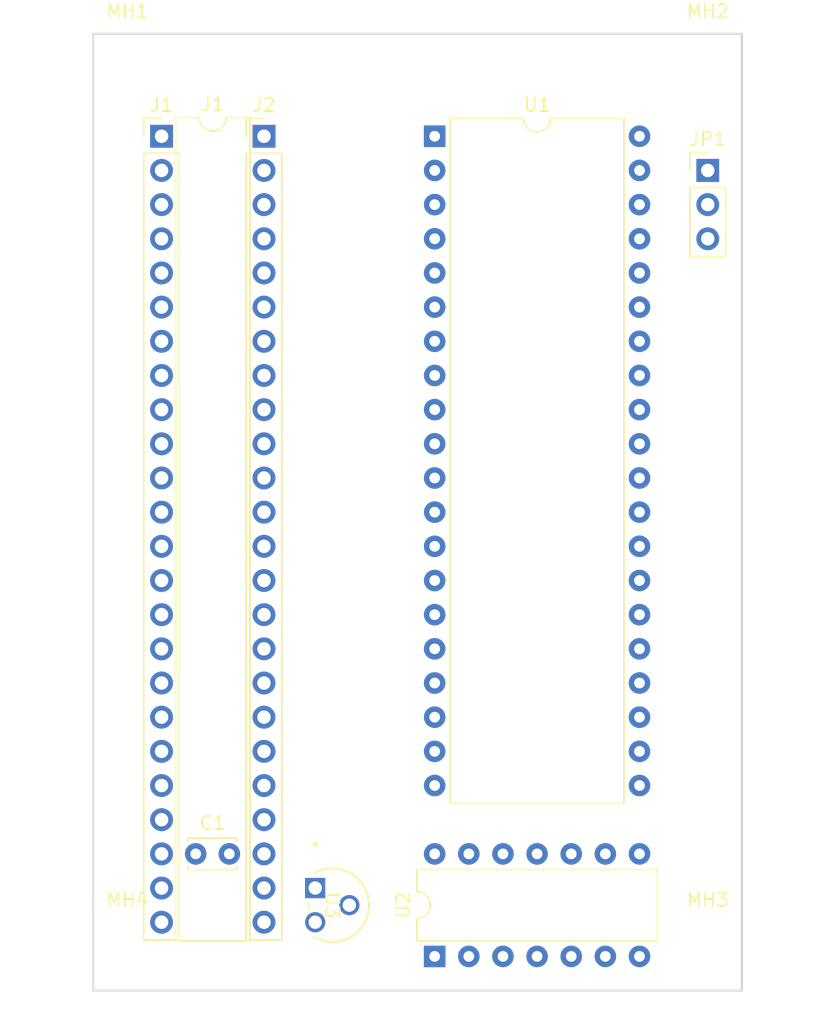
<source format=kicad_pcb>
(kicad_pcb (version 20221018) (generator pcbnew)
  (title_block (title "BionicMC6809") (company "Tadashi G. Takaoka"))
  (layers (0 "F.Cu" signal) (31 "B.Cu" signal) (34 "B.Paste" user) (35 "F.Paste" user) (36 "B.SilkS" user "B.Silkscreen") (37 "F.SilkS" user "F.Silkscreen") (38 "B.Mask" user) (39 "F.Mask" user) (44 "Edge.Cuts" user))
  (net 0 "")
  (net 1 "VCC")
  (net 2 "GND")
  (net 4 "/P26")
  (net 6 "/P27")
  (net 7 "/P47")
  (net 8 "/P46")
  (net 11 "/P25")
  (net 12 "/P24")
  (net 13 "/P23")
  (net 14 "/P22")
  (net 15 "/P21")
  (net 16 "/P20")
  (net 17 "/P34")
  (net 19 "/P35")
  (net 20 "/P17")
  (net 21 "/P36")
  (net 22 "/P16")
  (net 24 "/P15")
  (net 25 "/P40")
  (net 26 "/P14")
  (net 27 "/P41")
  (net 28 "/P13")
  (net 29 "/P42")
  (net 30 "/P12")
  (net 31 "/P11")
  (net 32 "/P44")
  (net 33 "/P10")
  (net 34 "/P45")
  (net 36 "Net-(U1-~{RESET})")
  (net 37 "/P33")
  (net 38 "/P32")
  (net 39 "/P31")
  (net 40 "/P30")
  (net 41 "/P51")
  (net 42 "/P55")
  (net 43 "/P43")
  (net 44 "/P37")
  (net 45 "/P52")
  (net 46 "/P54")
  (net 47 "/P50")
  (net 49 "/EXTAL")
  (net 50 "/P53")
  (net 53 "Net-(J2-P57)")
  (footprint "MountingHole:MountingHole_3.2mm_M3" (layer "F.Cu") (at 101 70)
    (fp_text reference "MH1" (at 0 -4.2) (layer "F.SilkS"))
    (fp_text value "MountingHole_3.2mm_M3")
    (pad "" np_thru_hole circle (at 0 0) (size 3.2 3.2) (drill 3.2) (layers "*.Cu" "*.Mask"))
  )
  (footprint "MountingHole:MountingHole_3.2mm_M3" (layer "F.Cu") (at 144.18 70)
    (fp_text reference "MH2" (at 0 -4.2) (layer "F.SilkS"))
    (fp_text value "MountingHole_3.2mm_M3")
    (pad "" np_thru_hole circle (at 0 0) (size 3.2 3.2) (drill 3.2) (layers "*.Cu" "*.Mask"))
  )
  (footprint "MountingHole:MountingHole_3.2mm_M3" (layer "F.Cu") (at 144.18 136.04)
    (fp_text reference "MH3" (at 0 -4.2) (layer "F.SilkS"))
    (fp_text value "MountingHole_3.2mm_M3")
    (pad "" np_thru_hole circle (at 0 0) (size 3.2 3.2) (drill 3.2) (layers "*.Cu" "*.Mask"))
  )
  (footprint "MountingHole:MountingHole_3.2mm_M3" (layer "F.Cu") (at 101 136.04)
    (fp_text reference "MH4" (at 0 -4.2) (layer "F.SilkS"))
    (fp_text value "MountingHole_3.2mm_M3")
    (pad "" np_thru_hole circle (at 0 0) (size 3.2 3.2) (drill 3.2) (layers "*.Cu" "*.Mask"))
  )
  (footprint "Package_DIP:DIP-14_W7.62mm" (layer "F.Cu") (at 123.86 136.04 90)
    (fp_text reference "U2" (at 3.81 -2.33 90) (layer "F.SilkS"))
    (fp_text value "74HCT126")
    (fp_line (start 1.16 -1.33) (end 1.16 16.57) (stroke (width 0.12)) (layer "F.SilkS"))
    (fp_line (start 1.16 16.57) (end 6.46 16.57) (stroke (width 0.12)) (layer "F.SilkS"))
    (fp_line (start 2.81 -1.33) (end 1.16 -1.33) (stroke (width 0.12)) (layer "F.SilkS"))
    (fp_line (start 6.46 -1.33) (end 4.81 -1.33) (stroke (width 0.12)) (layer "F.SilkS"))
    (fp_line (start 6.46 16.57) (end 6.46 -1.33) (stroke (width 0.12)) (layer "F.SilkS"))
    (fp_arc (start 4.81 -1.33) (mid 3.81 -0.33) (end 2.81 -1.33) (stroke (width 0.12)) (layer "F.SilkS"))
    (pad "1" thru_hole rect (at 0 0 90) (size 1.6 1.6) (drill 0.8) (layers "*.Cu" "*.Mask") (net 1 "VCC"))
    (pad "2" thru_hole oval (at 0 2.54 90) (size 1.6 1.6) (drill 0.8) (layers "*.Cu" "*.Mask") (net 50 "/P53"))
    (pad "3" thru_hole oval (at 0 5.08 90) (size 1.6 1.6) (drill 0.8) (layers "*.Cu" "*.Mask") (net 36 "Net-(U1-~{RESET})"))
    (pad "4" thru_hole oval (at 0 7.62 90) (size 1.6 1.6) (drill 0.8) (layers "*.Cu" "*.Mask") (net 1 "VCC"))
    (pad "5" thru_hole oval (at 0 10.16 90) (size 1.6 1.6) (drill 0.8) (layers "*.Cu" "*.Mask") (net 8 "/P46"))
    (pad "6" thru_hole oval (at 0 12.7 90) (size 1.6 1.6) (drill 0.8) (layers "*.Cu" "*.Mask") (net 49 "/EXTAL"))
    (pad "7" thru_hole oval (at 0 15.24 90) (size 1.6 1.6) (drill 0.8) (layers "*.Cu" "*.Mask") (net 2 "GND"))
    (pad "8" thru_hole oval (at 7.62 15.24 90) (size 1.6 1.6) (drill 0.8) (layers "*.Cu" "*.Mask"))
    (pad "9" thru_hole oval (at 7.62 12.7 90) (size 1.6 1.6) (drill 0.8) (layers "*.Cu" "*.Mask") (net 2 "GND"))
    (pad "10" thru_hole oval (at 7.62 10.16 90) (size 1.6 1.6) (drill 0.8) (layers "*.Cu" "*.Mask") (net 2 "GND"))
    (pad "11" thru_hole oval (at 7.62 7.62 90) (size 1.6 1.6) (drill 0.8) (layers "*.Cu" "*.Mask"))
    (pad "12" thru_hole oval (at 7.62 5.08 90) (size 1.6 1.6) (drill 0.8) (layers "*.Cu" "*.Mask") (net 2 "GND"))
    (pad "13" thru_hole oval (at 7.62 2.54 90) (size 1.6 1.6) (drill 0.8) (layers "*.Cu" "*.Mask") (net 2 "GND"))
    (pad "14" thru_hole oval (at 7.62 0 90) (size 1.6 1.6) (drill 0.8) (layers "*.Cu" "*.Mask") (net 1 "VCC"))
  )
  (footprint "Connector_PinHeader_2.54mm:PinHeader_1x03_P2.54mm_Vertical" (layer "F.Cu") (at 144.18 77.62)
    (fp_text reference "JP1" (at 0 -2.33) (layer "F.SilkS"))
    (fp_text value "HD63/MC68")
    (fp_line (start -1.33 -1.33) (end 0 -1.33) (stroke (width 0.12)) (layer "F.SilkS"))
    (fp_line (start -1.33 0) (end -1.33 -1.33) (stroke (width 0.12)) (layer "F.SilkS"))
    (fp_line (start -1.33 1.27) (end -1.33 6.41) (stroke (width 0.12)) (layer "F.SilkS"))
    (fp_line (start -1.33 1.27) (end 1.33 1.27) (stroke (width 0.12)) (layer "F.SilkS"))
    (fp_line (start -1.33 6.41) (end 1.33 6.41) (stroke (width 0.12)) (layer "F.SilkS"))
    (fp_line (start 1.33 1.27) (end 1.33 6.41) (stroke (width 0.12)) (layer "F.SilkS"))
    (pad "1" thru_hole rect (at 0 0) (size 1.7 1.7) (drill 1) (layers "*.Cu" "*.Mask") (net 2 "GND"))
    (pad "2" thru_hole oval (at 0 2.54) (size 1.7 1.7) (drill 1) (layers "*.Cu" "*.Mask") (net 47 "/P50"))
    (pad "3" thru_hole oval (at 0 5.08) (size 1.7 1.7) (drill 1) (layers "*.Cu" "*.Mask"))
  )
  (footprint "Capacitor_THT:C_Disc_D3.4mm_W2.1mm_P2.50mm" (layer "F.Cu") (at 106.08 128.42)
    (fp_text reference "C1" (at 1.25 -2.3) (layer "F.SilkS"))
    (fp_text value "0.1u")
    (fp_line (start -0.57 -1.17) (end -0.57 -0.925) (stroke (width 0.12)) (layer "F.SilkS"))
    (fp_line (start -0.57 -1.17) (end 3.07 -1.17) (stroke (width 0.12)) (layer "F.SilkS"))
    (fp_line (start -0.57 0.925) (end -0.57 1.17) (stroke (width 0.12)) (layer "F.SilkS"))
    (fp_line (start -0.57 1.17) (end 3.07 1.17) (stroke (width 0.12)) (layer "F.SilkS"))
    (fp_line (start 3.07 -1.17) (end 3.07 -0.925) (stroke (width 0.12)) (layer "F.SilkS"))
    (fp_line (start 3.07 0.925) (end 3.07 1.17) (stroke (width 0.12)) (layer "F.SilkS"))
    (pad "1" thru_hole circle (at 0 0) (size 1.6 1.6) (drill 0.8) (layers "*.Cu" "*.Mask") (net 1 "VCC"))
    (pad "2" thru_hole circle (at 2.5 0) (size 1.6 1.6) (drill 0.8) (layers "*.Cu" "*.Mask") (net 2 "GND"))
  )
  (footprint "0-LocalLibrary:DIP-48_W7.62mm" (layer "F.Cu") (at 103.54 75.08)
    (fp_text reference "J1" (at 3.81 -2.39) (layer "F.SilkS"))
    (fp_text value "BionicConnector")
    (fp_line (start 1.04 -1.39) (end 1.04 39.49) (stroke (width 0.12)) (layer "F.SilkS"))
    (fp_line (start 1.04 18.93) (end 1.04 59.81) (stroke (width 0.12)) (layer "F.SilkS"))
    (fp_line (start 1.04 59.81) (end 6.58 59.81) (stroke (width 0.12)) (layer "F.SilkS"))
    (fp_line (start 2.81 -1.39) (end 1.04 -1.39) (stroke (width 0.12)) (layer "F.SilkS"))
    (fp_line (start 6.58 -1.39) (end 4.81 -1.39) (stroke (width 0.12)) (layer "F.SilkS"))
    (fp_line (start 6.58 39.49) (end 6.58 -1.39) (stroke (width 0.12)) (layer "F.SilkS"))
    (fp_line (start 6.58 59.81) (end 6.58 18.93) (stroke (width 0.12)) (layer "F.SilkS"))
    (fp_arc (start 4.81 -1.39) (mid 3.81 -0.39) (end 2.81 -1.39) (stroke (width 0.12)) (layer "F.SilkS"))
    (pad "1" thru_hole rect (at 0 0) (size 1.6 1.6) (drill 0.8) (layers "*.Cu" "*.Mask") (net 2 "GND"))
    (pad "2" thru_hole oval (at 0 2.54) (size 1.6 1.6) (drill 0.8) (layers "*.Cu" "*.Mask") (net 33 "/P10"))
    (pad "3" thru_hole oval (at 0 5.08) (size 1.6 1.6) (drill 0.8) (layers "*.Cu" "*.Mask") (net 31 "/P11"))
    (pad "4" thru_hole oval (at 0 7.62) (size 1.6 1.6) (drill 0.8) (layers "*.Cu" "*.Mask") (net 30 "/P12"))
    (pad "5" thru_hole oval (at 0 10.16) (size 1.6 1.6) (drill 0.8) (layers "*.Cu" "*.Mask") (net 28 "/P13"))
    (pad "6" thru_hole oval (at 0 12.7) (size 1.6 1.6) (drill 0.8) (layers "*.Cu" "*.Mask") (net 26 "/P14"))
    (pad "7" thru_hole oval (at 0 15.24) (size 1.6 1.6) (drill 0.8) (layers "*.Cu" "*.Mask") (net 24 "/P15"))
    (pad "8" thru_hole oval (at 0 17.78) (size 1.6 1.6) (drill 0.8) (layers "*.Cu" "*.Mask") (net 22 "/P16"))
    (pad "9" thru_hole oval (at 0 20.32) (size 1.6 1.6) (drill 0.8) (layers "*.Cu" "*.Mask") (net 20 "/P17"))
    (pad "10" thru_hole oval (at 0 22.86) (size 1.6 1.6) (drill 0.8) (layers "*.Cu" "*.Mask"))
    (pad "11" thru_hole oval (at 0 25.4) (size 1.6 1.6) (drill 0.8) (layers "*.Cu" "*.Mask") (net 40 "/P30"))
    (pad "12" thru_hole oval (at 0 27.94) (size 1.6 1.6) (drill 0.8) (layers "*.Cu" "*.Mask") (net 39 "/P31"))
    (pad "13" thru_hole oval (at 0 30.48) (size 1.6 1.6) (drill 0.8) (layers "*.Cu" "*.Mask") (net 38 "/P32"))
    (pad "14" thru_hole oval (at 0 33.02) (size 1.6 1.6) (drill 0.8) (layers "*.Cu" "*.Mask") (net 37 "/P33"))
    (pad "15" thru_hole oval (at 0 35.56) (size 1.6 1.6) (drill 0.8) (layers "*.Cu" "*.Mask") (net 17 "/P34"))
    (pad "16" thru_hole oval (at 0 38.1) (size 1.6 1.6) (drill 0.8) (layers "*.Cu" "*.Mask") (net 19 "/P35"))
    (pad "17" thru_hole oval (at 0 40.64) (size 1.6 1.6) (drill 0.8) (layers "*.Cu" "*.Mask") (net 21 "/P36"))
    (pad "18" thru_hole oval (at 0 43.18) (size 1.6 1.6) (drill 0.8) (layers "*.Cu" "*.Mask") (net 44 "/P37"))
    (pad "19" thru_hole oval (at 0 45.72) (size 1.6 1.6) (drill 0.8) (layers "*.Cu" "*.Mask"))
    (pad "20" thru_hole oval (at 0 48.26) (size 1.6 1.6) (drill 0.8) (layers "*.Cu" "*.Mask") (net 47 "/P50"))
    (pad "21" thru_hole oval (at 0 50.8) (size 1.6 1.6) (drill 0.8) (layers "*.Cu" "*.Mask") (net 41 "/P51"))
    (pad "22" thru_hole oval (at 0 53.34) (size 1.6 1.6) (drill 0.8) (layers "*.Cu" "*.Mask") (net 45 "/P52"))
    (pad "23" thru_hole oval (at 0 55.88) (size 1.6 1.6) (drill 0.8) (layers "*.Cu" "*.Mask") (net 50 "/P53"))
    (pad "24" thru_hole oval (at 0 58.42) (size 1.6 1.6) (drill 0.8) (layers "*.Cu" "*.Mask") (net 1 "VCC"))
    (pad "25" thru_hole oval (at 7.62 58.42) (size 1.6 1.6) (drill 0.8) (layers "*.Cu" "*.Mask") (net 1 "VCC"))
    (pad "26" thru_hole oval (at 7.62 55.88) (size 1.6 1.6) (drill 0.8) (layers "*.Cu" "*.Mask"))
    (pad "27" thru_hole oval (at 7.62 53.34) (size 1.6 1.6) (drill 0.8) (layers "*.Cu" "*.Mask"))
    (pad "28" thru_hole oval (at 7.62 50.8) (size 1.6 1.6) (drill 0.8) (layers "*.Cu" "*.Mask") (net 42 "/P55"))
    (pad "29" thru_hole oval (at 7.62 48.26) (size 1.6 1.6) (drill 0.8) (layers "*.Cu" "*.Mask") (net 46 "/P54"))
    (pad "30" thru_hole oval (at 7.62 45.72) (size 1.6 1.6) (drill 0.8) (layers "*.Cu" "*.Mask"))
    (pad "31" thru_hole oval (at 7.62 43.18) (size 1.6 1.6) (drill 0.8) (layers "*.Cu" "*.Mask") (net 7 "/P47"))
    (pad "32" thru_hole oval (at 7.62 40.64) (size 1.6 1.6) (drill 0.8) (layers "*.Cu" "*.Mask") (net 8 "/P46"))
    (pad "33" thru_hole oval (at 7.62 38.1) (size 1.6 1.6) (drill 0.8) (layers "*.Cu" "*.Mask") (net 34 "/P45"))
    (pad "34" thru_hole oval (at 7.62 35.56) (size 1.6 1.6) (drill 0.8) (layers "*.Cu" "*.Mask") (net 32 "/P44"))
    (pad "35" thru_hole oval (at 7.62 33.02) (size 1.6 1.6) (drill 0.8) (layers "*.Cu" "*.Mask") (net 43 "/P43"))
    (pad "36" thru_hole oval (at 7.62 30.48) (size 1.6 1.6) (drill 0.8) (layers "*.Cu" "*.Mask") (net 29 "/P42"))
    (pad "37" thru_hole oval (at 7.62 27.94) (size 1.6 1.6) (drill 0.8) (layers "*.Cu" "*.Mask") (net 27 "/P41"))
    (pad "38" thru_hole oval (at 7.62 25.4) (size 1.6 1.6) (drill 0.8) (layers "*.Cu" "*.Mask") (net 25 "/P40"))
    (pad "39" thru_hole oval (at 7.62 22.86) (size 1.6 1.6) (drill 0.8) (layers "*.Cu" "*.Mask"))
    (pad "40" thru_hole oval (at 7.62 20.32) (size 1.6 1.6) (drill 0.8) (layers "*.Cu" "*.Mask") (net 6 "/P27"))
    (pad "41" thru_hole oval (at 7.62 17.78) (size 1.6 1.6) (drill 0.8) (layers "*.Cu" "*.Mask") (net 4 "/P26"))
    (pad "42" thru_hole oval (at 7.62 15.24) (size 1.6 1.6) (drill 0.8) (layers "*.Cu" "*.Mask") (net 11 "/P25"))
    (pad "43" thru_hole oval (at 7.62 12.7) (size 1.6 1.6) (drill 0.8) (layers "*.Cu" "*.Mask") (net 12 "/P24"))
    (pad "44" thru_hole oval (at 7.62 10.16) (size 1.6 1.6) (drill 0.8) (layers "*.Cu" "*.Mask") (net 13 "/P23"))
    (pad "45" thru_hole oval (at 7.62 7.62) (size 1.6 1.6) (drill 0.8) (layers "*.Cu" "*.Mask") (net 14 "/P22"))
    (pad "46" thru_hole oval (at 7.62 5.08) (size 1.6 1.6) (drill 0.8) (layers "*.Cu" "*.Mask") (net 15 "/P21"))
    (pad "47" thru_hole oval (at 7.62 2.54) (size 1.6 1.6) (drill 0.8) (layers "*.Cu" "*.Mask") (net 16 "/P20"))
    (pad "48" thru_hole oval (at 7.62 0) (size 1.6 1.6) (drill 0.8) (layers "*.Cu" "*.Mask") (net 2 "GND"))
  )
  (footprint "Package_DIP:DIP-40_W15.24mm" (layer "F.Cu") (at 123.86 75.08)
    (fp_text reference "U1" (at 7.62 -2.33) (layer "F.SilkS"))
    (fp_text value "MC6809P")
    (fp_line (start 1.16 -1.33) (end 1.16 49.59) (stroke (width 0.12)) (layer "F.SilkS"))
    (fp_line (start 1.16 49.59) (end 14.08 49.59) (stroke (width 0.12)) (layer "F.SilkS"))
    (fp_line (start 6.62 -1.33) (end 1.16 -1.33) (stroke (width 0.12)) (layer "F.SilkS"))
    (fp_line (start 14.08 -1.33) (end 8.62 -1.33) (stroke (width 0.12)) (layer "F.SilkS"))
    (fp_line (start 14.08 49.59) (end 14.08 -1.33) (stroke (width 0.12)) (layer "F.SilkS"))
    (fp_arc (start 8.62 -1.33) (mid 7.62 -0.33) (end 6.62 -1.33) (stroke (width 0.12)) (layer "F.SilkS"))
    (pad "1" thru_hole rect (at 0 0) (size 1.6 1.6) (drill 0.8) (layers "*.Cu" "*.Mask") (net 2 "GND"))
    (pad "2" thru_hole oval (at 0 2.54) (size 1.6 1.6) (drill 0.8) (layers "*.Cu" "*.Mask") (net 43 "/P43"))
    (pad "3" thru_hole oval (at 0 5.08) (size 1.6 1.6) (drill 0.8) (layers "*.Cu" "*.Mask") (net 29 "/P42"))
    (pad "4" thru_hole oval (at 0 7.62) (size 1.6 1.6) (drill 0.8) (layers "*.Cu" "*.Mask") (net 34 "/P45"))
    (pad "5" thru_hole oval (at 0 10.16) (size 1.6 1.6) (drill 0.8) (layers "*.Cu" "*.Mask") (net 41 "/P51"))
    (pad "6" thru_hole oval (at 0 12.7) (size 1.6 1.6) (drill 0.8) (layers "*.Cu" "*.Mask") (net 42 "/P55"))
    (pad "7" thru_hole oval (at 0 15.24) (size 1.6 1.6) (drill 0.8) (layers "*.Cu" "*.Mask") (net 1 "VCC"))
    (pad "8" thru_hole oval (at 0 17.78) (size 1.6 1.6) (drill 0.8) (layers "*.Cu" "*.Mask") (net 16 "/P20"))
    (pad "9" thru_hole oval (at 0 20.32) (size 1.6 1.6) (drill 0.8) (layers "*.Cu" "*.Mask") (net 15 "/P21"))
    (pad "10" thru_hole oval (at 0 22.86) (size 1.6 1.6) (drill 0.8) (layers "*.Cu" "*.Mask") (net 14 "/P22"))
    (pad "11" thru_hole oval (at 0 25.4) (size 1.6 1.6) (drill 0.8) (layers "*.Cu" "*.Mask") (net 13 "/P23"))
    (pad "12" thru_hole oval (at 0 27.94) (size 1.6 1.6) (drill 0.8) (layers "*.Cu" "*.Mask") (net 12 "/P24"))
    (pad "13" thru_hole oval (at 0 30.48) (size 1.6 1.6) (drill 0.8) (layers "*.Cu" "*.Mask") (net 11 "/P25"))
    (pad "14" thru_hole oval (at 0 33.02) (size 1.6 1.6) (drill 0.8) (layers "*.Cu" "*.Mask") (net 4 "/P26"))
    (pad "15" thru_hole oval (at 0 35.56) (size 1.6 1.6) (drill 0.8) (layers "*.Cu" "*.Mask") (net 6 "/P27"))
    (pad "16" thru_hole oval (at 0 38.1) (size 1.6 1.6) (drill 0.8) (layers "*.Cu" "*.Mask") (net 40 "/P30"))
    (pad "17" thru_hole oval (at 0 40.64) (size 1.6 1.6) (drill 0.8) (layers "*.Cu" "*.Mask") (net 39 "/P31"))
    (pad "18" thru_hole oval (at 0 43.18) (size 1.6 1.6) (drill 0.8) (layers "*.Cu" "*.Mask") (net 38 "/P32"))
    (pad "19" thru_hole oval (at 0 45.72) (size 1.6 1.6) (drill 0.8) (layers "*.Cu" "*.Mask") (net 37 "/P33"))
    (pad "20" thru_hole oval (at 0 48.26) (size 1.6 1.6) (drill 0.8) (layers "*.Cu" "*.Mask") (net 17 "/P34"))
    (pad "21" thru_hole oval (at 15.24 48.26) (size 1.6 1.6) (drill 0.8) (layers "*.Cu" "*.Mask") (net 19 "/P35"))
    (pad "22" thru_hole oval (at 15.24 45.72) (size 1.6 1.6) (drill 0.8) (layers "*.Cu" "*.Mask") (net 21 "/P36"))
    (pad "23" thru_hole oval (at 15.24 43.18) (size 1.6 1.6) (drill 0.8) (layers "*.Cu" "*.Mask") (net 44 "/P37"))
    (pad "24" thru_hole oval (at 15.24 40.64) (size 1.6 1.6) (drill 0.8) (layers "*.Cu" "*.Mask") (net 20 "/P17"))
    (pad "25" thru_hole oval (at 15.24 38.1) (size 1.6 1.6) (drill 0.8) (layers "*.Cu" "*.Mask") (net 22 "/P16"))
    (pad "26" thru_hole oval (at 15.24 35.56) (size 1.6 1.6) (drill 0.8) (layers "*.Cu" "*.Mask") (net 24 "/P15"))
    (pad "27" thru_hole oval (at 15.24 33.02) (size 1.6 1.6) (drill 0.8) (layers "*.Cu" "*.Mask") (net 26 "/P14"))
    (pad "28" thru_hole oval (at 15.24 30.48) (size 1.6 1.6) (drill 0.8) (layers "*.Cu" "*.Mask") (net 28 "/P13"))
    (pad "29" thru_hole oval (at 15.24 27.94) (size 1.6 1.6) (drill 0.8) (layers "*.Cu" "*.Mask") (net 30 "/P12"))
    (pad "30" thru_hole oval (at 15.24 25.4) (size 1.6 1.6) (drill 0.8) (layers "*.Cu" "*.Mask") (net 31 "/P11"))
    (pad "31" thru_hole oval (at 15.24 22.86) (size 1.6 1.6) (drill 0.8) (layers "*.Cu" "*.Mask") (net 33 "/P10"))
    (pad "32" thru_hole oval (at 15.24 20.32) (size 1.6 1.6) (drill 0.8) (layers "*.Cu" "*.Mask") (net 27 "/P41"))
    (pad "33" thru_hole oval (at 15.24 17.78) (size 1.6 1.6) (drill 0.8) (layers "*.Cu" "*.Mask") (net 46 "/P54"))
    (pad "34" thru_hole oval (at 15.24 15.24) (size 1.6 1.6) (drill 0.8) (layers "*.Cu" "*.Mask") (net 7 "/P47"))
    (pad "35" thru_hole oval (at 15.24 12.7) (size 1.6 1.6) (drill 0.8) (layers "*.Cu" "*.Mask") (net 32 "/P44"))
    (pad "36" thru_hole oval (at 15.24 10.16) (size 1.6 1.6) (drill 0.8) (layers "*.Cu" "*.Mask") (net 45 "/P52"))
    (pad "37" thru_hole oval (at 15.24 7.62) (size 1.6 1.6) (drill 0.8) (layers "*.Cu" "*.Mask") (net 36 "Net-(U1-~{RESET})"))
    (pad "38" thru_hole oval (at 15.24 5.08) (size 1.6 1.6) (drill 0.8) (layers "*.Cu" "*.Mask") (net 49 "/EXTAL"))
    (pad "39" thru_hole oval (at 15.24 2.54) (size 1.6 1.6) (drill 0.8) (layers "*.Cu" "*.Mask") (net 47 "/P50"))
    (pad "40" thru_hole oval (at 15.24 0) (size 1.6 1.6) (drill 0.8) (layers "*.Cu" "*.Mask") (net 25 "/P40"))
  )
  (footprint "microchip:TO-92_MC_MCH" (layer "F.Cu") (at 114.97 130.96 -90)
    (fp_text reference "U3" (at 1.27 -1.27 -90 unlocked) (layer "F.SilkS"))
    (fp_text value "11AA010-I/TO")
    (fp_line (start 1.08204 0.4445) (end 1.553476 0.4445) (stroke (width 0.1524)) (layer "F.SilkS"))
    (fp_arc (start -1.08204 0.116917) (mid 0.551186 -3.904186) (end 4.0005 -1.27) (stroke (width 0.1524)) (layer "F.SilkS"))
    (fp_arc (start 4.0005 -1.269999) (mid 3.90215 -0.543764) (end 3.614184 0.130155) (stroke (width 0.1524)) (layer "F.SilkS"))
    (fp_circle (center -3.2385 0) (end -3.1115 0) (stroke (width 0.1524)) (fill none) (layer "F.SilkS"))
    (pad "1" thru_hole rect (at 0 0 270) (size 1.4986 1.4986) (drill 0.9906) (layers "*.Cu" "*.Mask") (net 2 "GND"))
    (pad "2" thru_hole circle (at 1.27 -2.54 270) (size 1.4986 1.4986) (drill 0.9906) (layers "*.Cu" "*.Mask") (net 53 "Net-(J2-P57)"))
    (pad "3" thru_hole circle (at 2.54 0 270) (size 1.4986 1.4986) (drill 0.9906) (layers "*.Cu" "*.Mask") (net 1 "VCC"))
  )
  (footprint "connector:Bionic-P245_Vertical" (layer "F.Cu") (at 111.16 75.08)
    (fp_text reference "J2" (at 0 -2.33) (layer "F.SilkS"))
    (fp_text value "Bionic-P245")
    (fp_line (start -1.33 -1.33) (end 0 -1.33) (stroke (width 0.12)) (layer "F.SilkS"))
    (fp_line (start -1.33 0) (end -1.33 -1.33) (stroke (width 0.12)) (layer "F.SilkS"))
    (fp_line (start -1.33 1.27) (end -1.33 59.75) (stroke (width 0.12)) (layer "F.SilkS"))
    (fp_line (start -1.33 1.27) (end 1.33 1.27) (stroke (width 0.12)) (layer "F.SilkS"))
    (fp_line (start -1.33 59.75) (end 1.33 59.75) (stroke (width 0.12)) (layer "F.SilkS"))
    (fp_line (start 1.33 1.27) (end 1.33 59.75) (stroke (width 0.12)) (layer "F.SilkS"))
    (pad "25" thru_hole oval (at 0 58.42) (size 1.7 1.7) (drill 1) (layers "*.Cu" "*.Mask") (net 1 "VCC"))
    (pad "26" thru_hole oval (at 0 55.88) (size 1.7 1.7) (drill 1) (layers "*.Cu" "*.Mask") (net 53 "Net-(J2-P57)"))
    (pad "27" thru_hole oval (at 0 53.34) (size 1.7 1.7) (drill 1) (layers "*.Cu" "*.Mask"))
    (pad "28" thru_hole oval (at 0 50.8) (size 1.7 1.7) (drill 1) (layers "*.Cu" "*.Mask") (net 42 "/P55"))
    (pad "29" thru_hole oval (at 0 48.26) (size 1.7 1.7) (drill 1) (layers "*.Cu" "*.Mask") (net 46 "/P54"))
    (pad "30" thru_hole oval (at 0 45.72) (size 1.7 1.7) (drill 1) (layers "*.Cu" "*.Mask"))
    (pad "31" thru_hole oval (at 0 43.18) (size 1.7 1.7) (drill 1) (layers "*.Cu" "*.Mask") (net 7 "/P47"))
    (pad "32" thru_hole oval (at 0 40.64) (size 1.7 1.7) (drill 1) (layers "*.Cu" "*.Mask") (net 8 "/P46"))
    (pad "33" thru_hole oval (at 0 38.1) (size 1.7 1.7) (drill 1) (layers "*.Cu" "*.Mask") (net 34 "/P45"))
    (pad "34" thru_hole oval (at 0 35.56) (size 1.7 1.7) (drill 1) (layers "*.Cu" "*.Mask") (net 32 "/P44"))
    (pad "35" thru_hole oval (at 0 33.02) (size 1.7 1.7) (drill 1) (layers "*.Cu" "*.Mask") (net 43 "/P43"))
    (pad "36" thru_hole oval (at 0 30.48) (size 1.7 1.7) (drill 1) (layers "*.Cu" "*.Mask") (net 29 "/P42"))
    (pad "37" thru_hole oval (at 0 27.94) (size 1.7 1.7) (drill 1) (layers "*.Cu" "*.Mask") (net 27 "/P41"))
    (pad "38" thru_hole oval (at 0 25.4) (size 1.7 1.7) (drill 1) (layers "*.Cu" "*.Mask") (net 25 "/P40"))
    (pad "39" thru_hole oval (at 0 22.86) (size 1.7 1.7) (drill 1) (layers "*.Cu" "*.Mask"))
    (pad "40" thru_hole oval (at 0 20.32) (size 1.7 1.7) (drill 1) (layers "*.Cu" "*.Mask") (net 6 "/P27"))
    (pad "41" thru_hole oval (at 0 17.78) (size 1.7 1.7) (drill 1) (layers "*.Cu" "*.Mask") (net 4 "/P26"))
    (pad "42" thru_hole oval (at 0 15.24) (size 1.7 1.7) (drill 1) (layers "*.Cu" "*.Mask") (net 11 "/P25"))
    (pad "43" thru_hole oval (at 0 12.7) (size 1.7 1.7) (drill 1) (layers "*.Cu" "*.Mask") (net 12 "/P24"))
    (pad "44" thru_hole oval (at 0 10.16) (size 1.7 1.7) (drill 1) (layers "*.Cu" "*.Mask") (net 13 "/P23"))
    (pad "45" thru_hole oval (at 0 7.62) (size 1.7 1.7) (drill 1) (layers "*.Cu" "*.Mask") (net 14 "/P22"))
    (pad "46" thru_hole oval (at 0 5.08) (size 1.7 1.7) (drill 1) (layers "*.Cu" "*.Mask") (net 15 "/P21"))
    (pad "47" thru_hole oval (at 0 2.54) (size 1.7 1.7) (drill 1) (layers "*.Cu" "*.Mask") (net 16 "/P20"))
    (pad "48" thru_hole rect (at 0 0) (size 1.7 1.7) (drill 1) (layers "*.Cu" "*.Mask") (net 2 "GND"))
  )
  (footprint "connector:Bionic-P135_Vertical" (layer "F.Cu") (at 103.54 75.08)
    (fp_text reference "J1" (at 0 -2.33) (layer "F.SilkS"))
    (fp_text value "Bionic-P135")
    (fp_line (start -1.33 -1.33) (end 0 -1.33) (stroke (width 0.12)) (layer "F.SilkS"))
    (fp_line (start -1.33 0) (end -1.33 -1.33) (stroke (width 0.12)) (layer "F.SilkS"))
    (fp_line (start -1.33 1.27) (end -1.33 59.75) (stroke (width 0.12)) (layer "F.SilkS"))
    (fp_line (start -1.33 1.27) (end 1.33 1.27) (stroke (width 0.12)) (layer "F.SilkS"))
    (fp_line (start -1.33 59.75) (end 1.33 59.75) (stroke (width 0.12)) (layer "F.SilkS"))
    (fp_line (start 1.33 1.27) (end 1.33 59.75) (stroke (width 0.12)) (layer "F.SilkS"))
    (pad "1" thru_hole rect (at 0 0) (size 1.7 1.7) (drill 1) (layers "*.Cu" "*.Mask") (net 2 "GND"))
    (pad "2" thru_hole oval (at 0 2.54) (size 1.7 1.7) (drill 1) (layers "*.Cu" "*.Mask") (net 33 "/P10"))
    (pad "3" thru_hole oval (at 0 5.08) (size 1.7 1.7) (drill 1) (layers "*.Cu" "*.Mask") (net 31 "/P11"))
    (pad "4" thru_hole oval (at 0 7.62) (size 1.7 1.7) (drill 1) (layers "*.Cu" "*.Mask") (net 30 "/P12"))
    (pad "5" thru_hole oval (at 0 10.16) (size 1.7 1.7) (drill 1) (layers "*.Cu" "*.Mask") (net 28 "/P13"))
    (pad "6" thru_hole oval (at 0 12.7) (size 1.7 1.7) (drill 1) (layers "*.Cu" "*.Mask") (net 26 "/P14"))
    (pad "7" thru_hole oval (at 0 15.24) (size 1.7 1.7) (drill 1) (layers "*.Cu" "*.Mask") (net 24 "/P15"))
    (pad "8" thru_hole oval (at 0 17.78) (size 1.7 1.7) (drill 1) (layers "*.Cu" "*.Mask") (net 22 "/P16"))
    (pad "9" thru_hole oval (at 0 20.32) (size 1.7 1.7) (drill 1) (layers "*.Cu" "*.Mask") (net 20 "/P17"))
    (pad "10" thru_hole oval (at 0 22.86) (size 1.7 1.7) (drill 1) (layers "*.Cu" "*.Mask"))
    (pad "11" thru_hole oval (at 0 25.4) (size 1.7 1.7) (drill 1) (layers "*.Cu" "*.Mask") (net 40 "/P30"))
    (pad "12" thru_hole oval (at 0 27.94) (size 1.7 1.7) (drill 1) (layers "*.Cu" "*.Mask") (net 39 "/P31"))
    (pad "13" thru_hole oval (at 0 30.48) (size 1.7 1.7) (drill 1) (layers "*.Cu" "*.Mask") (net 38 "/P32"))
    (pad "14" thru_hole oval (at 0 33.02) (size 1.7 1.7) (drill 1) (layers "*.Cu" "*.Mask") (net 37 "/P33"))
    (pad "15" thru_hole oval (at 0 35.56) (size 1.7 1.7) (drill 1) (layers "*.Cu" "*.Mask") (net 17 "/P34"))
    (pad "16" thru_hole oval (at 0 38.1) (size 1.7 1.7) (drill 1) (layers "*.Cu" "*.Mask") (net 19 "/P35"))
    (pad "17" thru_hole oval (at 0 40.64) (size 1.7 1.7) (drill 1) (layers "*.Cu" "*.Mask") (net 21 "/P36"))
    (pad "18" thru_hole oval (at 0 43.18) (size 1.7 1.7) (drill 1) (layers "*.Cu" "*.Mask") (net 44 "/P37"))
    (pad "19" thru_hole oval (at 0 45.72) (size 1.7 1.7) (drill 1) (layers "*.Cu" "*.Mask"))
    (pad "20" thru_hole oval (at 0 48.26) (size 1.7 1.7) (drill 1) (layers "*.Cu" "*.Mask") (net 47 "/P50"))
    (pad "21" thru_hole oval (at 0 50.8) (size 1.7 1.7) (drill 1) (layers "*.Cu" "*.Mask") (net 41 "/P51"))
    (pad "22" thru_hole oval (at 0 53.34) (size 1.7 1.7) (drill 1) (layers "*.Cu" "*.Mask") (net 45 "/P52"))
    (pad "23" thru_hole oval (at 0 55.88) (size 1.7 1.7) (drill 1) (layers "*.Cu" "*.Mask") (net 50 "/P53"))
    (pad "24" thru_hole oval (at 0 58.42) (size 1.7 1.7) (drill 1) (layers "*.Cu" "*.Mask") (net 1 "VCC"))
  )
  (gr_line (start 98.46 138.58) (end 98.46 67.46) (stroke (width 0.15)) (layer "Edge.Cuts"))
  (gr_line (start 98.46 67.46) (end 146.72 67.46) (stroke (width 0.15)) (layer "Edge.Cuts"))
  (gr_line (start 146.72 67.46) (end 146.72 138.58) (stroke (width 0.15)) (layer "Edge.Cuts"))
  (gr_line (start 146.72 138.58) (end 98.46 138.58) (stroke (width 0.15)) (layer "Edge.Cuts"))
)
</source>
